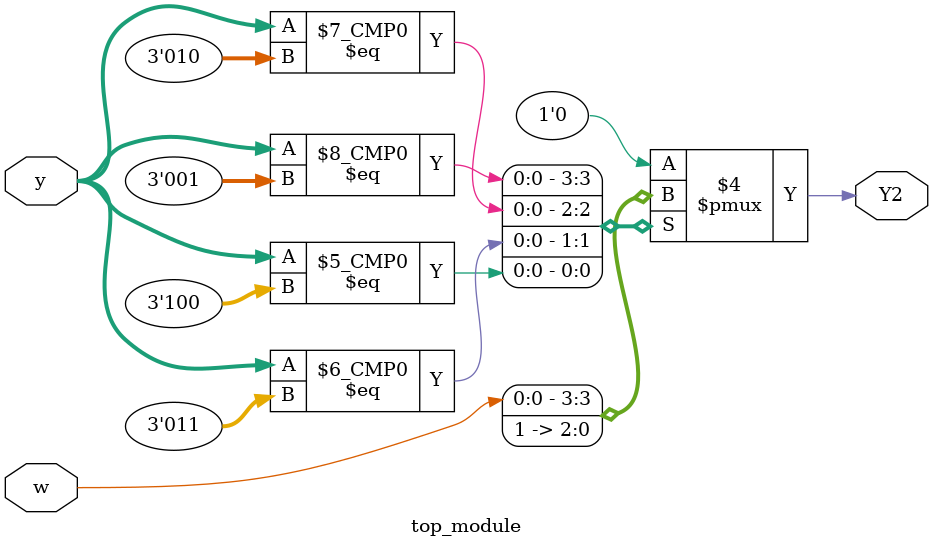
<source format=sv>
module top_module(
    input [3:1] y,
    input w,
    output reg Y2);
    
    always @(*) begin
        case (y)
            3'b000: Y2 = 0;  // State A
            3'b001: Y2 = w;  // State B
            3'b010: Y2 = 1;  // State C
            3'b011: Y2 = 1;  // State D
            3'b100: Y2 = 1;  // State E
            3'b101: Y2 = 0;  // State F
            default: Y2 = 0; // Default fallback for safety
        endcase
    end
endmodule

</source>
